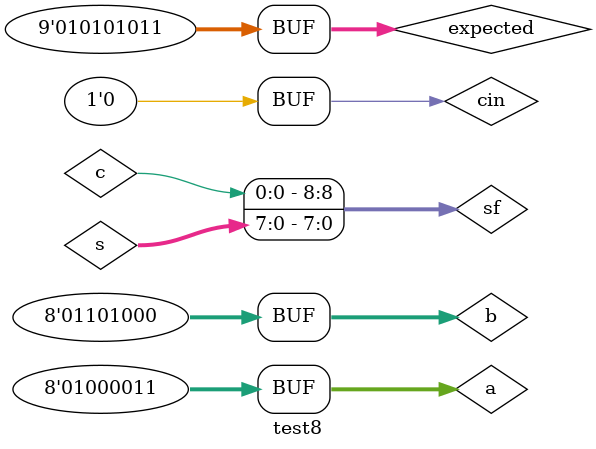
<source format=v>
`include "8bit.v"                                        // Importing 8 bit Ripple carry adder module

module test8;
    reg cin;                                            //  Declaring regs and wires
    reg [7:0]a,b;
    wire [7:0]s;
    wire c;
    wire [8:0] sf;
    reg [8:0] expected;

    rca8 test(.a(a),.b(b),.c0(cin),.c(c),.s(s));        // Instantiating an object of the 8-bit ripple carry adder module
    assign sf={c,s};                                    // Final 9-bit soutput by concatenating the carry and sum

    initial 
        begin                                                                   // Begining test cases with both binary and decimal numbers and a delay of 10 (correct value is in expected)
            a=8'b 10101000 ;b=8'b 01000101;cin=0;expected=9'b11101101;
            #10 a=8'd 67; b=8'd 104;cin=0; expected=9'd 171;
        end
    initial 
        $monitor("a=%b=%d b=%b=%d  \t s=%b=%d \texpected sum=%b=%d  \t time=%0d",a,a,b,b,sf,sf,expected,expected,$time);            // Monitor for showing the output by the 8-bit ripple carry adder
endmodule
</source>
